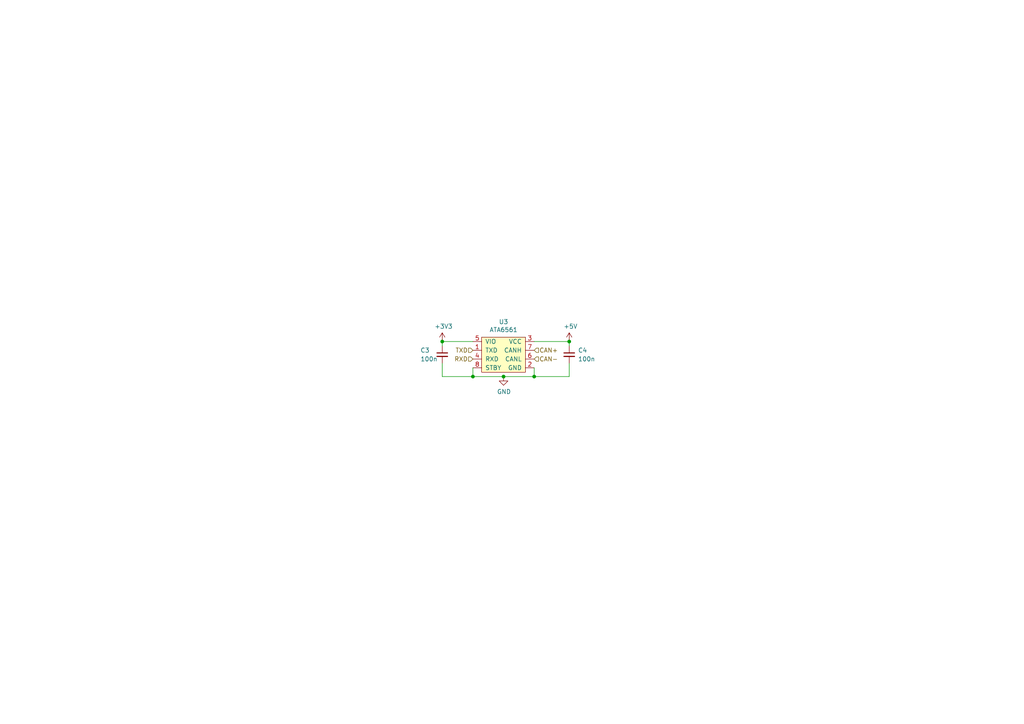
<source format=kicad_sch>
(kicad_sch (version 20211123) (generator eeschema)
  (paper "A4")
  (lib_symbols
    (symbol "Device:C_Small" (pin_numbers hide) (pin_names (offset 0.254) hide)
      (property "Reference" "C" (at 0.254 1.778 0))
      (property "Value" "C_Small" (at 0.254 -2.032 0))
      (symbol "C_Small_0_1"
        (polyline (pts (xy -1.524 -0.508) (xy 1.524 -0.508)) (stroke (width 0.3302)))
        (polyline (pts (xy -1.524 0.508) (xy 1.524 0.508)) (stroke (width 0.3048)))
      )
      (symbol "C_Small_1_1"
        (pin passive line (at 0 2.54 270) (length 2.032) (name "~") (number "1"))
        (pin passive line (at 0 -2.54 90) (length 2.032) (name "~") (number "2"))
      )
    )
    (symbol "extraparts:ATA6561" (pin_names (offset 1.016))
      (property "Reference" "U" (at 0 8.89 0))
      (property "Value" "ATA6561" (at 0 6.35 0))
      (symbol "ATA6561_0_1"
        (rectangle (start -6.35 5.08) (end 6.35 -5.08) (fill (type background)))
      )
      (symbol "ATA6561_1_1"
        (pin bidirectional line (at -8.89 1.27 0) (length 2.54) (name "TXD") (number "1"))
        (pin power_in line (at 8.89 -3.81 180) (length 2.54) (name "GND") (number "2"))
        (pin power_in line (at 8.89 3.81 180) (length 2.54) (name "VCC") (number "3"))
        (pin bidirectional line (at -8.89 -1.27 0) (length 2.54) (name "RXD") (number "4"))
        (pin power_in line (at -8.89 3.81 0) (length 2.54) (name "VIO") (number "5"))
        (pin bidirectional line (at 8.89 -1.27 180) (length 2.54) (name "CANL") (number "6"))
        (pin bidirectional line (at 8.89 1.27 180) (length 2.54) (name "CANH") (number "7"))
        (pin input line (at -8.89 -3.81 0) (length 2.54) (name "STBY") (number "8"))
      )
    )
    (symbol "power:+3V3" (power) (pin_names (offset 0))
      (property "Value" "+3V3" (at 0 3.556 0))
      (symbol "+3V3_0_1"
        (polyline (pts (xy -0.762 1.27) (xy 0 2.54)))
        (polyline (pts (xy 0 0) (xy 0 2.54)))
        (polyline (pts (xy 0 2.54) (xy 0.762 1.27)))
      )
      (symbol "+3V3_1_1"
        (pin power_in line (at 0 0 90) (length 0) hide (name "+3V3") (number "1"))
      )
    )
    (symbol "power:+5V" (power) (pin_names (offset 0))
      (property "Value" "+5V" (at 0 3.556 0))
      (symbol "+5V_0_1"
        (polyline (pts (xy -0.762 1.27) (xy 0 2.54)))
        (polyline (pts (xy 0 0) (xy 0 2.54)))
        (polyline (pts (xy 0 2.54) (xy 0.762 1.27)))
      )
      (symbol "+5V_1_1"
        (pin power_in line (at 0 0 90) (length 0) hide (name "+5V") (number "1"))
      )
    )
    (symbol "power:GND" (power) (pin_names (offset 0))
      (property "Value" "GND" (at 0 -3.81 0))
      (symbol "GND_0_1"
        (polyline (pts (xy 0 0) (xy 0 -1.27) (xy 1.27 -1.27) (xy 0 -2.54) (xy -1.27 -1.27) (xy 0 -1.27)))
      )
      (symbol "GND_1_1"
        (pin power_in line (at 0 0 270) (length 0) hide (name "GND") (number "1"))
      )
    )
  )
  (junction (at 146.05 109.22))
  (junction (at 128.27 99.06))
  (junction (at 137.16 109.22))
  (junction (at 165.1 99.06))
  (junction (at 154.94 109.22))
  (wire (pts (xy 165.1 109.22) (xy 165.1 105.41)))
  (wire (pts (xy 137.16 106.68) (xy 137.16 109.22)))
  (wire (pts (xy 154.94 109.22) (xy 165.1 109.22)))
  (wire (pts (xy 128.27 99.06) (xy 137.16 99.06)))
  (wire (pts (xy 154.94 99.06) (xy 165.1 99.06)))
  (wire (pts (xy 165.1 99.06) (xy 165.1 100.33)))
  (wire (pts (xy 128.27 109.22) (xy 137.16 109.22)))
  (wire (pts (xy 128.27 100.33) (xy 128.27 99.06)))
  (wire (pts (xy 146.05 109.22) (xy 154.94 109.22)))
  (wire (pts (xy 128.27 105.41) (xy 128.27 109.22)))
  (wire (pts (xy 137.16 109.22) (xy 146.05 109.22)))
  (wire (pts (xy 154.94 106.68) (xy 154.94 109.22)))
  (hierarchical_label "TXD" (shape input) (at 137.16 101.6 180))
  (hierarchical_label "CAN-" (shape input) (at 154.94 104.14 0))
  (hierarchical_label "RXD" (shape input) (at 137.16 104.14 180))
  (hierarchical_label "CAN+" (shape input) (at 154.94 101.6 0))
  (symbol (lib_id "Device:C_Small") (at 128.27 102.87 0) (unit 1)
    (property "Reference" "C3" (at 121.92 101.6 0) (effects (justify left)))
    (property "Value" "100n" (at 121.92 104.14 0) (effects (justify left)))
    (property "Footprint" "Capacitor_SMD:C_0603_1608Metric" (effects hide))
  )
  (symbol (lib_id "Device:C_Small") (at 165.1 102.87 0) (unit 1)
    (property "Reference" "C4" (at 167.64 101.6 0) (effects (justify left)))
    (property "Value" "100n" (at 167.64 104.14 0) (effects (justify left)))
    (property "Footprint" "Capacitor_SMD:C_0603_1608Metric" (effects hide))
  )
  (symbol (lib_id "extraparts:ATA6561") (at 146.05 102.87 0) (unit 1)
    (property "Reference" "U3" (at 146.05 93.345 0))
    (property "Value" "ATA6561" (at 146.05 95.6564 0))
    (property "Footprint" "Package_SO:SOIC-8_3.9x4.9mm_P1.27mm" (effects hide))
  )
  (symbol (lib_id "power:GND") (at 146.05 109.22 0) (unit 1)
    (property "Reference" "#PWR019" (effects hide))
    (property "Value" "GND" (at 146.177 113.6142 0))
  )
  (symbol (lib_id "power:+5V") (at 165.1 99.06 0) (unit 1)
    (property "Reference" "#PWR020" (effects hide))
    (property "Value" "+5V" (at 165.481 94.6658 0))
  )
  (symbol (lib_id "power:+3V3") (at 128.27 99.06 0) (unit 1)
    (property "Reference" "#PWR018" (effects hide))
    (property "Value" "+3V3" (at 128.651 94.6658 0))
  )
)
</source>
